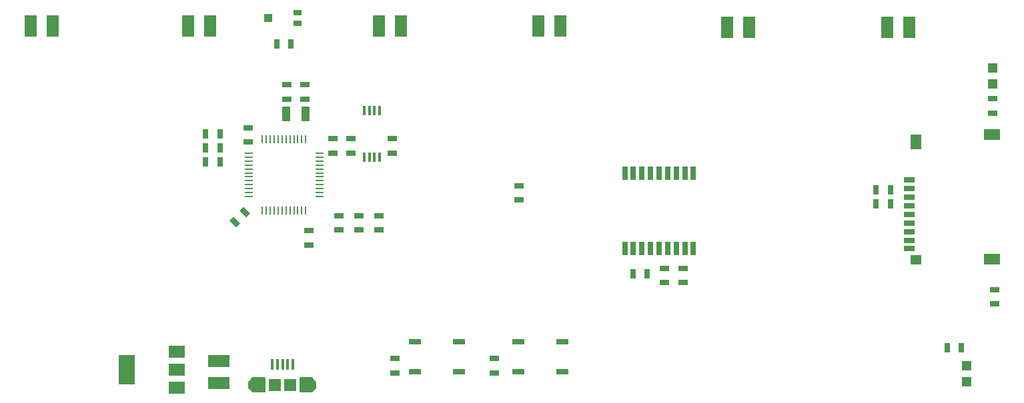
<source format=gtp>
G75*
%MOIN*%
%OFA0B0*%
%FSLAX25Y25*%
%IPPOS*%
%LPD*%
%AMOC8*
5,1,8,0,0,1.08239X$1,22.5*
%
%ADD10R,0.04724X0.03150*%
%ADD11R,0.06299X0.10630*%
%ADD12R,0.03150X0.04724*%
%ADD13R,0.00787X0.03937*%
%ADD14R,0.03937X0.00787*%
%ADD15R,0.01378X0.04724*%
%ADD16R,0.04724X0.04724*%
%ADD17R,0.06000X0.03000*%
%ADD18R,0.03150X0.07087*%
%ADD19R,0.02756X0.07087*%
%ADD20R,0.04331X0.03150*%
%ADD21R,0.04331X0.03937*%
%ADD22R,0.04331X0.07480*%
%ADD23R,0.07900X0.05900*%
%ADD24R,0.07900X0.15000*%
%ADD25R,0.10630X0.06299*%
%ADD26R,0.01378X0.05512*%
%ADD27R,0.05906X0.06102*%
%ADD28C,0.00500*%
%ADD29R,0.05512X0.02756*%
%ADD30R,0.07874X0.05512*%
%ADD31R,0.05512X0.05039*%
%ADD32R,0.05512X0.07677*%
D10*
X0254800Y0039361D03*
X0254800Y0046447D03*
X0304400Y0046447D03*
X0304400Y0039361D03*
X0389600Y0084461D03*
X0398800Y0084461D03*
X0398800Y0091547D03*
X0389600Y0091547D03*
X0316800Y0125861D03*
X0316800Y0132947D03*
X0253300Y0149361D03*
X0253300Y0156447D03*
X0232800Y0156447D03*
X0223800Y0156447D03*
X0223800Y0149361D03*
X0232800Y0149361D03*
X0181300Y0154961D03*
X0181300Y0162047D03*
X0200800Y0176361D03*
X0209800Y0176361D03*
X0209800Y0183447D03*
X0200800Y0183447D03*
X0226800Y0117947D03*
X0236700Y0117947D03*
X0246700Y0117947D03*
X0246700Y0110861D03*
X0236700Y0110861D03*
X0226800Y0110861D03*
X0211800Y0110447D03*
X0211800Y0103361D03*
X0554300Y0080947D03*
X0554300Y0073861D03*
X0553300Y0169361D03*
X0553300Y0176447D03*
D11*
X0511812Y0212404D03*
X0500788Y0212404D03*
X0431812Y0212404D03*
X0420788Y0212404D03*
X0337312Y0212904D03*
X0326288Y0212904D03*
X0257812Y0212904D03*
X0246788Y0212904D03*
X0162312Y0212904D03*
X0151288Y0212904D03*
X0083812Y0212904D03*
X0072788Y0212904D03*
D12*
X0195757Y0203904D03*
X0202843Y0203904D03*
X0167343Y0158904D03*
X0160257Y0158904D03*
X0160257Y0151904D03*
X0167343Y0151904D03*
X0167343Y0144904D03*
X0160257Y0144904D03*
G36*
X0177022Y0120465D02*
X0179249Y0122692D01*
X0182588Y0119353D01*
X0180361Y0117126D01*
X0177022Y0120465D01*
G37*
G36*
X0172012Y0115454D02*
X0174239Y0117681D01*
X0177578Y0114342D01*
X0175351Y0112115D01*
X0172012Y0115454D01*
G37*
X0373757Y0088904D03*
X0380843Y0088904D03*
X0495257Y0123904D03*
X0502343Y0123904D03*
X0502343Y0130904D03*
X0495257Y0130904D03*
X0530757Y0051904D03*
X0537843Y0051904D03*
D13*
X0210194Y0120703D03*
X0208225Y0120703D03*
X0206257Y0120703D03*
X0204288Y0120703D03*
X0202320Y0120703D03*
X0200351Y0120703D03*
X0198383Y0120703D03*
X0196414Y0120703D03*
X0194446Y0120703D03*
X0192477Y0120703D03*
X0190509Y0120703D03*
X0188540Y0120703D03*
X0188540Y0156136D03*
X0190509Y0156136D03*
X0192477Y0156136D03*
X0194446Y0156136D03*
X0196414Y0156136D03*
X0198383Y0156136D03*
X0200351Y0156136D03*
X0202320Y0156136D03*
X0204288Y0156136D03*
X0206257Y0156136D03*
X0208225Y0156136D03*
X0210194Y0156136D03*
D14*
X0217083Y0149246D03*
X0217083Y0147278D03*
X0217083Y0145309D03*
X0217083Y0143341D03*
X0217083Y0141372D03*
X0217083Y0139404D03*
X0217083Y0137435D03*
X0217083Y0135467D03*
X0217083Y0133498D03*
X0217083Y0131530D03*
X0217083Y0129561D03*
X0217083Y0127593D03*
X0181650Y0127593D03*
X0181650Y0129561D03*
X0181650Y0131530D03*
X0181650Y0133498D03*
X0181650Y0135467D03*
X0181650Y0137435D03*
X0181650Y0139404D03*
X0181650Y0141372D03*
X0181650Y0143341D03*
X0181650Y0145309D03*
X0181650Y0147278D03*
X0181650Y0149246D03*
D15*
X0239461Y0147388D03*
X0242020Y0147388D03*
X0244580Y0147388D03*
X0247139Y0147388D03*
X0247139Y0170420D03*
X0244580Y0170420D03*
X0242020Y0170420D03*
X0239461Y0170420D03*
D16*
X0553300Y0183770D03*
X0553300Y0192038D03*
X0540300Y0043038D03*
X0540300Y0034770D03*
D17*
X0338300Y0039904D03*
X0316300Y0039904D03*
X0316300Y0054904D03*
X0338300Y0054904D03*
X0286800Y0054904D03*
X0264800Y0054904D03*
X0264800Y0039904D03*
X0286800Y0039904D03*
D18*
X0373805Y0101691D03*
X0378135Y0101691D03*
X0382466Y0101691D03*
X0386797Y0101691D03*
X0391128Y0101691D03*
X0395458Y0101691D03*
X0399789Y0101691D03*
X0399789Y0139092D03*
X0395458Y0139092D03*
X0391128Y0139092D03*
X0386797Y0139092D03*
X0382466Y0139092D03*
X0378135Y0139092D03*
X0373805Y0139092D03*
D19*
X0369671Y0139092D03*
X0403923Y0139092D03*
X0403923Y0101691D03*
X0369671Y0101691D03*
D20*
X0206162Y0214345D03*
X0206162Y0219463D03*
D21*
X0191477Y0216865D03*
D22*
X0200576Y0168904D03*
X0210024Y0168904D03*
D23*
X0145700Y0050004D03*
X0145700Y0041004D03*
X0145700Y0032004D03*
D24*
X0120900Y0040904D03*
D25*
X0166800Y0045416D03*
X0166800Y0034392D03*
D26*
X0193532Y0043743D03*
X0196091Y0043743D03*
X0198650Y0043743D03*
X0201209Y0043743D03*
X0203769Y0043743D03*
D27*
X0202587Y0033309D03*
X0194713Y0033309D03*
D28*
X0189950Y0033386D02*
X0181750Y0033386D01*
X0181750Y0032888D02*
X0189950Y0032888D01*
X0189950Y0032389D02*
X0181750Y0032389D01*
X0181750Y0032009D02*
X0181750Y0034609D01*
X0183950Y0036809D01*
X0189950Y0036809D01*
X0189950Y0029909D01*
X0183850Y0029909D01*
X0182150Y0031609D01*
X0181750Y0032009D01*
X0181869Y0031891D02*
X0189950Y0031891D01*
X0189950Y0031392D02*
X0182368Y0031392D01*
X0182866Y0030894D02*
X0189950Y0030894D01*
X0189950Y0030395D02*
X0183365Y0030395D01*
X0181750Y0033885D02*
X0189950Y0033885D01*
X0189950Y0034383D02*
X0181750Y0034383D01*
X0182023Y0034882D02*
X0189950Y0034882D01*
X0189950Y0035380D02*
X0182521Y0035380D01*
X0183020Y0035879D02*
X0189950Y0035879D01*
X0189950Y0036377D02*
X0183518Y0036377D01*
X0207350Y0036377D02*
X0213483Y0036377D01*
X0213050Y0036809D02*
X0207350Y0036809D01*
X0207350Y0030009D01*
X0213250Y0030009D01*
X0215150Y0031909D01*
X0215150Y0034709D01*
X0213050Y0036809D01*
X0213981Y0035879D02*
X0207350Y0035879D01*
X0207350Y0035380D02*
X0214480Y0035380D01*
X0214978Y0034882D02*
X0207350Y0034882D01*
X0207350Y0034383D02*
X0215150Y0034383D01*
X0215150Y0033885D02*
X0207350Y0033885D01*
X0207350Y0033386D02*
X0215150Y0033386D01*
X0215150Y0032888D02*
X0207350Y0032888D01*
X0207350Y0032389D02*
X0215150Y0032389D01*
X0215131Y0031891D02*
X0207350Y0031891D01*
X0207350Y0031392D02*
X0214633Y0031392D01*
X0214134Y0030894D02*
X0207350Y0030894D01*
X0207350Y0030395D02*
X0213636Y0030395D01*
D29*
X0511800Y0101420D03*
X0511800Y0105750D03*
X0511800Y0110081D03*
X0511800Y0114412D03*
X0511800Y0118743D03*
X0511800Y0123073D03*
X0511800Y0127404D03*
X0511800Y0131735D03*
X0511800Y0136065D03*
D30*
X0553020Y0158506D03*
X0553020Y0096302D03*
D31*
X0515225Y0096065D03*
D32*
X0515225Y0155061D03*
M02*

</source>
